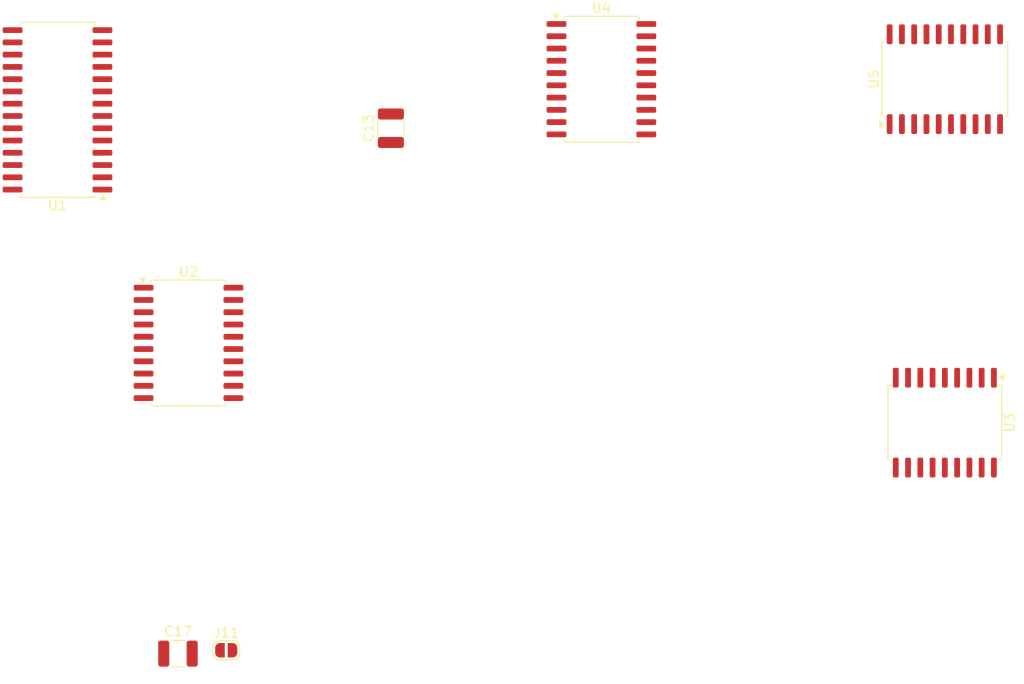
<source format=kicad_pcb>
(kicad_pcb (version 20241229) (generator "pcbnew") (generator_version "9.0")
  (layers (0 "F.Cu" signal) (2 "B.Cu" signal) (13 "F.Paste" user) (15 "B.Paste" user) (5 "F.SilkS" user "F.Silkscreen") (7 "B.SilkS" user "B.Silkscreen") (1 "F.Mask" user) (3 "B.Mask" user) (25 "Edge.Cuts" user))
  (net 0 "")
  (net 1 "GND")
  (net 2 "+12V")
  (net 3 "Net-(U2-OUT8)")
  (net 4 "+5V")
  (net 5 "Net-(U1-GPA5)")
  (net 7 "Net-(U1-GPA6)")
  (net 8 "Net-(U1-GPA4)")
  (net 9 "Net-(U2-OUT4)")
  (net 10 "Net-(U2-OUT5)")
  (net 11 "Net-(U2-OUT3)")
  (net 12 "Net-(U2-OUT1)")
  (net 13 "Net-(U1-GPA0)")
  (net 14 "Net-(U1-GPA3)")
  (net 15 "Net-(U1-GPA7)")
  (net 16 "Net-(U1-GPA2)")
  (net 17 "Net-(U1-GPA1)")
  (net 18 "Net-(U2-OUT6)")
  (net 19 "Net-(U2-OUT2)")
  (net 20 "Net-(U2-OUT7)")
  (net 21 "Net-(U4-OUT7)")
  (net 22 "Net-(U4-OUT2)")
  (net 24 "Net-(U4-OUT6)")
  (net 25 "Net-(U1-GPB2)")
  (net 26 "Net-(U1-GPB7)")
  (net 27 "Net-(U1-GPB5)")
  (net 28 "Net-(U4-OUT3)")
  (net 29 "Net-(U4-OUT4)")
  (net 30 "Net-(U1-GPB0)")
  (net 31 "Net-(U1-GPB6)")
  (net 32 "Net-(U4-OUT5)")
  (net 33 "Net-(U1-GPB1)")
  (net 34 "Net-(U4-OUT1)")
  (net 35 "Net-(U4-OUT8)")
  (net 36 "Net-(U1-GPB4)")
  (net 37 "Net-(U1-GPB3)")
  (net 39 "Net-(U3-GP3)")
  (net 40 "Net-(U5-OUT3)")
  (net 41 "Net-(U3-GP1)")
  (net 42 "Net-(U3-GP6)")
  (net 44 "Net-(U3-GP2)")
  (net 45 "Net-(U5-OUT1)")
  (net 46 "Net-(U3-GP4)")
  (net 47 "Net-(U5-OUT2)")
  (net 49 "Net-(U3-GP7)")
  (net 50 "Net-(U3-GP0)")
  (net 52 "Net-(U3-GP5)")
  (net 55 "Net-(J8-1@1)")
  (net 58 "Net-(U1-SDA)")
  (net 60 "Net-(J5-P7)")
  (net 61 "Net-(J6-1@1)")
  (net 62 "Net-(J7-1@1)")
  (net 64 "Net-(J9-1@1)")
  (net 66 "Net-(J11-1@1)")
  (net 68 "Net-(J10-1@1)")
  (footprint "Package_SO:SOIC-20W_7.5x12.8mm_P1.27mm" (layer "F.Cu") (at 177.8 106.68 90)
    (property "Reference" "U5" (at 0 -7.35 90) (layer "F.SilkS"))
    (property "Value" "UDN2987LW")
    (fp_line (start 3.86 -6.51) (end 3.86 -6.275) (stroke (width 0.12)) (layer "F.SilkS"))
    (fp_line (start 0 -6.51) (end 3.86 -6.51) (stroke (width 0.12)) (layer "F.SilkS"))
    (fp_line (start 0 -6.51) (end -3.86 -6.51) (stroke (width 0.12)) (layer "F.SilkS"))
    (fp_line (start -3.86 -6.51) (end -3.86 -6.275) (stroke (width 0.12)) (layer "F.SilkS"))
    (fp_line (start 3.86 6.51) (end 3.86 6.275) (stroke (width 0.12)) (layer "F.SilkS"))
    (fp_line (start 0 6.51) (end 3.86 6.51) (stroke (width 0.12)) (layer "F.SilkS"))
    (fp_line (start 0 6.51) (end -3.86 6.51) (stroke (width 0.12)) (layer "F.SilkS"))
    (fp_line (start -3.86 6.51) (end -3.86 6.275) (stroke (width 0.12)) (layer "F.SilkS"))
    (fp_poly (pts (xy -4.7125 -6.275) (xy -5.0525 -6.745) (xy -4.3725 -6.745)) (stroke (width 0.12)) (fill yes) (layer "F.SilkS"))
    (pad "1" smd roundrect (at -4.65 -5.715 90) (size 2.05 0.6) (layers "F.Cu" "F.Mask" "F.Paste") (net 50 "Net-(U3-GP0)"))
    (pad "2" smd roundrect (at -4.65 -4.445 90) (size 2.05 0.6) (layers "F.Cu" "F.Mask" "F.Paste") (net 41 "Net-(U3-GP1)"))
    (pad "3" smd roundrect (at -4.65 -3.175 90) (size 2.05 0.6) (layers "F.Cu" "F.Mask" "F.Paste") (net 44 "Net-(U3-GP2)"))
    (pad "4" smd roundrect (at -4.65 -1.905 90) (size 2.05 0.6) (layers "F.Cu" "F.Mask" "F.Paste") (net 39 "Net-(U3-GP3)"))
    (pad "5" smd roundrect (at -4.65 -0.635 90) (size 2.05 0.6) (layers "F.Cu" "F.Mask" "F.Paste") (net 46 "Net-(U3-GP4)"))
    (pad "6" smd roundrect (at -4.65 0.635 90) (size 2.05 0.6) (layers "F.Cu" "F.Mask" "F.Paste") (net 52 "Net-(U3-GP5)"))
    (pad "7" smd roundrect (at -4.65 1.905 90) (size 2.05 0.6) (layers "F.Cu" "F.Mask" "F.Paste") (net 42 "Net-(U3-GP6)"))
    (pad "8" smd roundrect (at -4.65 3.175 90) (size 2.05 0.6) (layers "F.Cu" "F.Mask" "F.Paste") (net 49 "Net-(U3-GP7)"))
    (pad "9" smd roundrect (at -4.65 4.445 90) (size 2.05 0.6) (layers "F.Cu" "F.Mask" "F.Paste"))
    (pad "10" smd roundrect (at -4.65 5.715 90) (size 2.05 0.6) (layers "F.Cu" "F.Mask" "F.Paste") (net 4 "+5V"))
    (pad "11" smd roundrect (at 4.65 5.715 90) (size 2.05 0.6) (layers "F.Cu" "F.Mask" "F.Paste") (net 2 "+12V"))
    (pad "12" smd roundrect (at 4.65 4.445 90) (size 2.05 0.6) (layers "F.Cu" "F.Mask" "F.Paste") (net 1 "GND"))
    (pad "13" smd roundrect (at 4.65 3.175 90) (size 2.05 0.6) (layers "F.Cu" "F.Mask" "F.Paste"))
    (pad "14" smd roundrect (at 4.65 1.905 90) (size 2.05 0.6) (layers "F.Cu" "F.Mask" "F.Paste"))
    (pad "15" smd roundrect (at 4.65 0.635 90) (size 2.05 0.6) (layers "F.Cu" "F.Mask" "F.Paste"))
    (pad "16" smd roundrect (at 4.65 -0.635 90) (size 2.05 0.6) (layers "F.Cu" "F.Mask" "F.Paste"))
    (pad "17" smd roundrect (at 4.65 -1.905 90) (size 2.05 0.6) (layers "F.Cu" "F.Mask" "F.Paste"))
    (pad "18" smd roundrect (at 4.65 -3.175 90) (size 2.05 0.6) (layers "F.Cu" "F.Mask" "F.Paste") (net 40 "Net-(U5-OUT3)"))
    (pad "19" smd roundrect (at 4.65 -4.445 90) (size 2.05 0.6) (layers "F.Cu" "F.Mask" "F.Paste") (net 47 "Net-(U5-OUT2)"))
    (pad "20" smd roundrect (at 4.65 -5.715 90) (size 2.05 0.6) (layers "F.Cu" "F.Mask" "F.Paste") (net 45 "Net-(U5-OUT1)"))
  )
  (footprint "Package_SO:SOIC-20W_7.5x12.8mm_P1.27mm" (layer "F.Cu") (at 99.49 133.985)
    (property "Reference" "U2" (at 0 -7.35 0) (layer "F.SilkS"))
    (property "Value" "UDN2987LW")
    (fp_line (start -3.86 -6.51) (end -3.86 -6.275) (stroke (width 0.12)) (layer "F.SilkS"))
    (fp_line (start -3.86 6.51) (end -3.86 6.275) (stroke (width 0.12)) (layer "F.SilkS"))
    (fp_line (start 0 -6.51) (end -3.86 -6.51) (stroke (width 0.12)) (layer "F.SilkS"))
    (fp_line (start 0 -6.51) (end 3.86 -6.51) (stroke (width 0.12)) (layer "F.SilkS"))
    (fp_line (start 0 6.51) (end -3.86 6.51) (stroke (width 0.12)) (layer "F.SilkS"))
    (fp_line (start 0 6.51) (end 3.86 6.51) (stroke (width 0.12)) (layer "F.SilkS"))
    (fp_line (start 3.86 -6.51) (end 3.86 -6.275) (stroke (width 0.12)) (layer "F.SilkS"))
    (fp_line (start 3.86 6.51) (end 3.86 6.275) (stroke (width 0.12)) (layer "F.SilkS"))
    (fp_poly (pts (xy -4.7125 -6.275) (xy -5.0525 -6.745) (xy -4.3725 -6.745)) (stroke (width 0.12)) (fill yes) (layer "F.SilkS"))
    (pad "1" smd roundrect (at -4.65 -5.715) (size 2.05 0.6) (layers "F.Cu" "F.Mask" "F.Paste") (net 13 "Net-(U1-GPA0)"))
    (pad "2" smd roundrect (at -4.65 -4.445) (size 2.05 0.6) (layers "F.Cu" "F.Mask" "F.Paste") (net 17 "Net-(U1-GPA1)"))
    (pad "3" smd roundrect (at -4.65 -3.175) (size 2.05 0.6) (layers "F.Cu" "F.Mask" "F.Paste") (net 16 "Net-(U1-GPA2)"))
    (pad "4" smd roundrect (at -4.65 -1.905) (size 2.05 0.6) (layers "F.Cu" "F.Mask" "F.Paste") (net 14 "Net-(U1-GPA3)"))
    (pad "5" smd roundrect (at -4.65 -0.635) (size 2.05 0.6) (layers "F.Cu" "F.Mask" "F.Paste") (net 8 "Net-(U1-GPA4)"))
    (pad "6" smd roundrect (at -4.65 0.635) (size 2.05 0.6) (layers "F.Cu" "F.Mask" "F.Paste") (net 5 "Net-(U1-GPA5)"))
    (pad "7" smd roundrect (at -4.65 1.905) (size 2.05 0.6) (layers "F.Cu" "F.Mask" "F.Paste") (net 7 "Net-(U1-GPA6)"))
    (pad "8" smd roundrect (at -4.65 3.175) (size 2.05 0.6) (layers "F.Cu" "F.Mask" "F.Paste") (net 15 "Net-(U1-GPA7)"))
    (pad "9" smd roundrect (at -4.65 4.445) (size 2.05 0.6) (layers "F.Cu" "F.Mask" "F.Paste"))
    (pad "10" smd roundrect (at -4.65 5.715) (size 2.05 0.6) (layers "F.Cu" "F.Mask" "F.Paste") (net 4 "+5V"))
    (pad "11" smd roundrect (at 4.65 5.715) (size 2.05 0.6) (layers "F.Cu" "F.Mask" "F.Paste") (net 2 "+12V"))
    (pad "12" smd roundrect (at 4.65 4.445) (size 2.05 0.6) (layers "F.Cu" "F.Mask" "F.Paste") (net 1 "GND"))
    (pad "13" smd roundrect (at 4.65 3.175) (size 2.05 0.6) (layers "F.Cu" "F.Mask" "F.Paste") (net 3 "Net-(U2-OUT8)"))
    (pad "14" smd roundrect (at 4.65 1.905) (size 2.05 0.6) (layers "F.Cu" "F.Mask" "F.Paste") (net 20 "Net-(U2-OUT7)"))
    (pad "15" smd roundrect (at 4.65 0.635) (size 2.05 0.6) (layers "F.Cu" "F.Mask" "F.Paste") (net 18 "Net-(U2-OUT6)"))
    (pad "16" smd roundrect (at 4.65 -0.635) (size 2.05 0.6) (layers "F.Cu" "F.Mask" "F.Paste") (net 10 "Net-(U2-OUT5)"))
    (pad "17" smd roundrect (at 4.65 -1.905) (size 2.05 0.6) (layers "F.Cu" "F.Mask" "F.Paste") (net 9 "Net-(U2-OUT4)"))
    (pad "18" smd roundrect (at 4.65 -3.175) (size 2.05 0.6) (layers "F.Cu" "F.Mask" "F.Paste") (net 11 "Net-(U2-OUT3)"))
    (pad "19" smd roundrect (at 4.65 -4.445) (size 2.05 0.6) (layers "F.Cu" "F.Mask" "F.Paste") (net 19 "Net-(U2-OUT2)"))
    (pad "20" smd roundrect (at 4.65 -5.715) (size 2.05 0.6) (layers "F.Cu" "F.Mask" "F.Paste") (net 12 "Net-(U2-OUT1)"))
  )
  (footprint "Package_SO:SOIC-20W_7.5x12.8mm_P1.27mm" (layer "F.Cu") (at 142.24 106.68)
    (property "Reference" "U4" (at 0 -7.35 0) (layer "F.SilkS"))
    (property "Value" "UDN2987LW")
    (fp_line (start -3.86 -6.51) (end -3.86 -6.275) (stroke (width 0.12)) (layer "F.SilkS"))
    (fp_line (start -3.86 6.51) (end -3.86 6.275) (stroke (width 0.12)) (layer "F.SilkS"))
    (fp_line (start 0 -6.51) (end -3.86 -6.51) (stroke (width 0.12)) (layer "F.SilkS"))
    (fp_line (start 0 -6.51) (end 3.86 -6.51) (stroke (width 0.12)) (layer "F.SilkS"))
    (fp_line (start 0 6.51) (end -3.86 6.51) (stroke (width 0.12)) (layer "F.SilkS"))
    (fp_line (start 0 6.51) (end 3.86 6.51) (stroke (width 0.12)) (layer "F.SilkS"))
    (fp_line (start 3.86 -6.51) (end 3.86 -6.275) (stroke (width 0.12)) (layer "F.SilkS"))
    (fp_line (start 3.86 6.51) (end 3.86 6.275) (stroke (width 0.12)) (layer "F.SilkS"))
    (fp_poly (pts (xy -4.7125 -6.275) (xy -5.0525 -6.745) (xy -4.3725 -6.745)) (stroke (width 0.12)) (fill yes) (layer "F.SilkS"))
    (pad "1" smd roundrect (at -4.65 -5.715) (size 2.05 0.6) (layers "F.Cu" "F.Mask" "F.Paste") (net 30 "Net-(U1-GPB0)"))
    (pad "2" smd roundrect (at -4.65 -4.445) (size 2.05 0.6) (layers "F.Cu" "F.Mask" "F.Paste") (net 33 "Net-(U1-GPB1)"))
    (pad "3" smd roundrect (at -4.65 -3.175) (size 2.05 0.6) (layers "F.Cu" "F.Mask" "F.Paste") (net 25 "Net-(U1-GPB2)"))
    (pad "4" smd roundrect (at -4.65 -1.905) (size 2.05 0.6) (layers "F.Cu" "F.Mask" "F.Paste") (net 37 "Net-(U1-GPB3)"))
    (pad "5" smd roundrect (at -4.65 -0.635) (size 2.05 0.6) (layers "F.Cu" "F.Mask" "F.Paste") (net 36 "Net-(U1-GPB4)"))
    (pad "6" smd roundrect (at -4.65 0.635) (size 2.05 0.6) (layers "F.Cu" "F.Mask" "F.Paste") (net 27 "Net-(U1-GPB5)"))
    (pad "7" smd roundrect (at -4.65 1.905) (size 2.05 0.6) (layers "F.Cu" "F.Mask" "F.Paste") (net 31 "Net-(U1-GPB6)"))
    (pad "8" smd roundrect (at -4.65 3.175) (size 2.05 0.6) (layers "F.Cu" "F.Mask" "F.Paste") (net 26 "Net-(U1-GPB7)"))
    (pad "9" smd roundrect (at -4.65 4.445) (size 2.05 0.6) (layers "F.Cu" "F.Mask" "F.Paste"))
    (pad "10" smd roundrect (at -4.65 5.715) (size 2.05 0.6) (layers "F.Cu" "F.Mask" "F.Paste") (net 4 "+5V"))
    (pad "11" smd roundrect (at 4.65 5.715) (size 2.05 0.6) (layers "F.Cu" "F.Mask" "F.Paste") (net 2 "+12V"))
    (pad "12" smd roundrect (at 4.65 4.445) (size 2.05 0.6) (layers "F.Cu" "F.Mask" "F.Paste") (net 1 "GND"))
    (pad "13" smd roundrect (at 4.65 3.175) (size 2.05 0.6) (layers "F.Cu" "F.Mask" "F.Paste") (net 35 "Net-(U4-OUT8)"))
    (pad "14" smd roundrect (at 4.65 1.905) (size 2.05 0.6) (layers "F.Cu" "F.Mask" "F.Paste") (net 21 "Net-(U4-OUT7)"))
    (pad "15" smd roundrect (at 4.65 0.635) (size 2.05 0.6) (layers "F.Cu" "F.Mask" "F.Paste") (net 24 "Net-(U4-OUT6)"))
    (pad "16" smd roundrect (at 4.65 -0.635) (size 2.05 0.6) (layers "F.Cu" "F.Mask" "F.Paste") (net 32 "Net-(U4-OUT5)"))
    (pad "17" smd roundrect (at 4.65 -1.905) (size 2.05 0.6) (layers "F.Cu" "F.Mask" "F.Paste") (net 29 "Net-(U4-OUT4)"))
    (pad "18" smd roundrect (at 4.65 -3.175) (size 2.05 0.6) (layers "F.Cu" "F.Mask" "F.Paste") (net 28 "Net-(U4-OUT3)"))
    (pad "19" smd roundrect (at 4.65 -4.445) (size 2.05 0.6) (layers "F.Cu" "F.Mask" "F.Paste") (net 22 "Net-(U4-OUT2)"))
    (pad "20" smd roundrect (at 4.65 -5.715) (size 2.05 0.6) (layers "F.Cu" "F.Mask" "F.Paste") (net 34 "Net-(U4-OUT1)"))
  )
  (footprint "Jumper:SolderJumper-2_P1.3mm_Open_RoundedPad1.0x1.5mm" (layer "F.Cu") (at 103.4 165.805)
    (property "Reference" "J11" (at 0 -1.8 0) (layer "F.SilkS"))
    (property "Value" "SOLDER_JMP_2")
    (fp_line (start -1.4 0.3) (end -1.4 -0.3) (stroke (width 0.12)) (layer "F.SilkS"))
    (fp_line (start -0.7 -1) (end 0.7 -1) (stroke (width 0.12)) (layer "F.SilkS"))
    (fp_line (start 0.7 1) (end -0.7 1) (stroke (width 0.12)) (layer "F.SilkS"))
    (fp_line (start 1.4 -0.3) (end 1.4 0.3) (stroke (width 0.12)) (layer "F.SilkS"))
    (fp_arc (start -1.4 -0.3) (mid -1.194975 -0.794975) (end -0.7 -1) (stroke (width 0.12)) (layer "F.SilkS"))
    (fp_arc (start -0.7 1) (mid -1.194975 0.794975) (end -1.4 0.3) (stroke (width 0.12)) (layer "F.SilkS"))
    (fp_arc (start 0.7 -1) (mid 1.194975 -0.794975) (end 1.4 -0.3) (stroke (width 0.12)) (layer "F.SilkS"))
    (fp_arc (start 1.4 0.3) (mid 1.194975 0.794975) (end 0.7 1) (stroke (width 0.12)) (layer "F.SilkS"))
    (pad "1" smd custom (at -0.65 0) (size 1 0.5) (layers "F.Cu" "F.Mask") (options (clearance outline) (anchor rect)) (primitives (gr_circle (center 0 0.25) (end 0.5 0.25) (width 0) (fill yes)) (gr_circle (center 0 -0.25) (end 0.5 -0.25) (width 0) (fill yes)) (gr_poly (pts (xy 0.5 0.75) (xy 0 0.75) (xy 0 -0.75) (xy 0.5 -0.75)) (width 0) (fill yes))))
    (pad "2" smd custom (at 0.65 0) (size 1 0.5) (layers "F.Cu" "F.Mask") (options (clearance outline) (anchor rect)) (primitives (gr_circle (center 0 0.25) (end 0.5 0.25) (width 0) (fill yes)) (gr_circle (center 0 -0.25) (end 0.5 -0.25) (width 0) (fill yes)) (gr_poly (pts (xy 0 0.75) (xy -0.5 0.75) (xy -0.5 -0.75) (xy 0 -0.75)) (width 0) (fill yes))))
  )
  (footprint "Capacitor_SMD:C_1210_3225Metric" (layer "F.Cu") (at 98.4 166.155)
    (property "Reference" "C17" (at 0 -2.3 0) (layer "F.SilkS"))
    (property "Value" "0.1uF 50V")
    (fp_line (start -0.711252 -1.36) (end 0.711252 -1.36) (stroke (width 0.12)) (layer "F.SilkS"))
    (fp_line (start -0.711252 1.36) (end 0.711252 1.36) (stroke (width 0.12)) (layer "F.SilkS"))
    (pad "1" smd roundrect (at -1.475 0) (size 1.15 2.7) (layers "F.Cu" "F.Mask" "F.Paste") (roundrect_rratio 0.217391) (net 4 "+5V"))
    (pad "2" smd roundrect (at 1.475 0) (size 1.15 2.7) (layers "F.Cu" "F.Mask" "F.Paste") (roundrect_rratio 0.217391) (net 1 "GND"))
  )
  (footprint "Package_SO:SOIC-18W_7.5x11.6mm_P1.27mm" (layer "F.Cu") (at 177.8 142.24 -90)
    (property "Reference" "U3" (at 0 -6.73 90) (layer "F.SilkS"))
    (property "Value" "MCP23008-E/SO")
    (fp_line (start -3.86 5.885) (end -3.86 5.64) (stroke (width 0.12)) (layer "F.SilkS"))
    (fp_line (start 0 5.885) (end -3.86 5.885) (stroke (width 0.12)) (layer "F.SilkS"))
    (fp_line (start 0 5.885) (end 3.86 5.885) (stroke (width 0.12)) (layer "F.SilkS"))
    (fp_line (start 3.86 5.885) (end 3.86 5.64) (stroke (width 0.12)) (layer "F.SilkS"))
    (fp_line (start -3.86 -5.885) (end -3.86 -5.64) (stroke (width 0.12)) (layer "F.SilkS"))
    (fp_line (start 0 -5.885) (end -3.86 -5.885) (stroke (width 0.12)) (layer "F.SilkS"))
    (fp_line (start 0 -5.885) (end 3.86 -5.885) (stroke (width 0.12)) (layer "F.SilkS"))
    (fp_line (start 3.86 -5.885) (end 3.86 -5.64) (stroke (width 0.12)) (layer "F.SilkS"))
    (fp_poly (pts (xy -4.7125 -5.64) (xy -5.0525 -6.11) (xy -4.3725 -6.11)) (stroke (width 0.12)) (fill yes) (layer "F.SilkS"))
    (pad "1" smd roundrect (at -4.65 -5.08 270) (size 2.05 0.6) (layers "F.Cu" "F.Mask" "F.Paste") (net 60 "Net-(J5-P7)"))
    (pad "2" smd roundrect (at -4.65 -3.81 270) (size 2.05 0.6) (layers "F.Cu" "F.Mask" "F.Paste") (net 58 "Net-(U1-SDA)"))
    (pad "3" smd roundrect (at -4.65 -2.54 270) (size 2.05 0.6) (layers "F.Cu" "F.Mask" "F.Paste") (net 64 "Net-(J9-1@1)"))
    (pad "4" smd roundrect (at -4.65 -1.27 270) (size 2.05 0.6) (layers "F.Cu" "F.Mask" "F.Paste") (net 68 "Net-(J10-1@1)"))
    (pad "5" smd roundrect (at -4.65 0 270) (size 2.05 0.6) (layers "F.Cu" "F.Mask" "F.Paste") (net 66 "Net-(J11-1@1)"))
    (pad "6" smd roundrect (at -4.65 1.27 270) (size 2.05 0.6) (layers "F.Cu" "F.Mask" "F.Paste") (net 4 "+5V"))
    (pad "7" smd roundrect (at -4.65 2.54 270) (size 2.05 0.6) (layers "F.Cu" "F.Mask" "F.Paste"))
    (pad "8" smd roundrect (at -4.65 3.81 270) (size 2.05 0.6) (layers "F.Cu" "F.Mask" "F.Paste"))
    (pad "9" smd roundrect (at -4.65 5.08 270) (size 2.05 0.6) (layers "F.Cu" "F.Mask" "F.Paste") (net 1 "GND"))
    (pad "10" smd roundrect (at 4.65 5.08 270) (size 2.05 0.6) (layers "F.Cu" "F.Mask" "F.Paste") (net 50 "Net-(U3-GP0)"))
    (pad "11" smd roundrect (at 4.65 3.81 270) (size 2.05 0.6) (layers "F.Cu" "F.Mask" "F.Paste") (net 41 "Net-(U3-GP1)"))
    (pad "12" smd roundrect (at 4.65 2.54 270) (size 2.05 0.6) (layers "F.Cu" "F.Mask" "F.Paste") (net 44 "Net-(U3-GP2)"))
    (pad "13" smd roundrect (at 4.65 1.27 270) (size 2.05 0.6) (layers "F.Cu" "F.Mask" "F.Paste") (net 39 "Net-(U3-GP3)"))
    (pad "14" smd roundrect (at 4.65 0 270) (size 2.05 0.6) (layers "F.Cu" "F.Mask" "F.Paste") (net 46 "Net-(U3-GP4)"))
    (pad "15" smd roundrect (at 4.65 -1.27 270) (size 2.05 0.6) (layers "F.Cu" "F.Mask" "F.Paste") (net 52 "Net-(U3-GP5)"))
    (pad "16" smd roundrect (at 4.65 -2.54 270) (size 2.05 0.6) (layers "F.Cu" "F.Mask" "F.Paste") (net 42 "Net-(U3-GP6)"))
    (pad "17" smd roundrect (at 4.65 -3.81 270) (size 2.05 0.6) (layers "F.Cu" "F.Mask" "F.Paste") (net 49 "Net-(U3-GP7)"))
    (pad "18" smd roundrect (at 4.65 -5.08 270) (size 2.05 0.6) (layers "F.Cu" "F.Mask" "F.Paste") (net 4 "+5V"))
  )
  (footprint "Package_SO:SOIC-28W_7.5x17.9mm_P1.27mm" (layer "F.Cu") (at 85.93 109.855 180)
    (property "Reference" "U1" (at 0 -9.9 0) (layer "F.SilkS"))
    (property "Value" "MCP23017_SO")
    (fp_line (start 3.86 9.06) (end 3.86 8.815) (stroke (width 0.12)) (layer "F.SilkS"))
    (fp_line (start 3.86 -9.06) (end 3.86 -8.815) (stroke (width 0.12)) (layer "F.SilkS"))
    (fp_line (start 0 9.06) (end 3.86 9.06) (stroke (width 0.12)) (layer "F.SilkS"))
    (fp_line (start 0 9.06) (end -3.86 9.06) (stroke (width 0.12)) (layer "F.SilkS"))
    (fp_line (start 0 -9.06) (end 3.86 -9.06) (stroke (width 0.12)) (layer "F.SilkS"))
    (fp_line (start 0 -9.06) (end -3.86 -9.06) (stroke (width 0.12)) (layer "F.SilkS"))
    (fp_line (start -3.86 9.06) (end -3.86 8.815) (stroke (width 0.12)) (layer "F.SilkS"))
    (fp_line (start -3.86 -9.06) (end -3.86 -8.815) (stroke (width 0.12)) (layer "F.SilkS"))
    (fp_poly (pts (xy -4.7125 -8.815) (xy -5.0525 -9.285) (xy -4.3725 -9.285)) (stroke (width 0.12)) (fill yes) (layer "F.SilkS"))
    (pad "1" smd roundrect (at -4.65 -8.255 180) (size 2.05 0.6) (layers "F.Cu" "F.Mask" "F.Paste") (net 30 "Net-(U1-GPB0)"))
    (pad "2" smd roundrect (at -4.65 -6.985 180) (size 2.05 0.6) (layers "F.Cu" "F.Mask" "F.Paste") (net 33 "Net-(U1-GPB1)"))
    (pad "3" smd roundrect (at -4.65 -5.715 180) (size 2.05 0.6) (layers "F.Cu" "F.Mask" "F.Paste") (net 25 "Net-(U1-GPB2)"))
    (pad "4" smd roundrect (at -4.65 -4.445 180) (size 2.05 0.6) (layers "F.Cu" "F.Mask" "F.Paste") (net 37 "Net-(U1-GPB3)"))
    (pad "5" smd roundrect (at -4.65 -3.175 180) (size 2.05 0.6) (layers "F.Cu" "F.Mask" "F.Paste") (net 36 "Net-(U1-GPB4)"))
    (pad "6" smd roundrect (at -4.65 -1.905 180) (size 2.05 0.6) (layers "F.Cu" "F.Mask" "F.Paste") (net 27 "Net-(U1-GPB5)"))
    (pad "7" smd roundrect (at -4.65 -0.635 180) (size 2.05 0.6) (layers "F.Cu" "F.Mask" "F.Paste") (net 31 "Net-(U1-GPB6)"))
    (pad "8" smd roundrect (at -4.65 0.635 180) (size 2.05 0.6) (layers "F.Cu" "F.Mask" "F.Paste") (net 26 "Net-(U1-GPB7)"))
    (pad "9" smd roundrect (at -4.65 1.905 180) (size 2.05 0.6) (layers "F.Cu" "F.Mask" "F.Paste") (net 4 "+5V"))
    (pad "10" smd roundrect (at -4.65 3.175 180) (size 2.05 0.6) (layers "F.Cu" "F.Mask" "F.Paste") (net 1 "GND"))
    (pad "11" smd roundrect (at -4.65 4.445 180) (size 2.05 0.6) (layers "F.Cu" "F.Mask" "F.Paste"))
    (pad "12" smd roundrect (at -4.65 5.715 180) (size 2.05 0.6) (layers "F.Cu" "F.Mask" "F.Paste") (net 60 "Net-(J5-P7)"))
    (pad "13" smd roundrect (at -4.65 6.985 180) (size 2.05 0.6) (layers "F.Cu" "F.Mask" "F.Paste") (net 58 "Net-(U1-SDA)"))
    (pad "14" smd roundrect (at -4.65 8.255 180) (size 2.05 0.6) (layers "F.Cu" "F.Mask" "F.Paste"))
    (pad "15" smd roundrect (at 4.65 8.255 180) (size 2.05 0.6) (layers "F.Cu" "F.Mask" "F.Paste") (net 55 "Net-(J8-1@1)"))
    (pad "16" smd roundrect (at 4.65 6.985 180) (size 2.05 0.6) (layers "F.Cu" "F.Mask" "F.Paste") (net 62 "Net-(J7-1@1)"))
    (pad "17" smd roundrect (at 4.65 5.715 180) (size 2.05 0.6) (layers "F.Cu" "F.Mask" "F.Paste") (net 61 "Net-(J6-1@1)"))
    (pad "18" smd roundrect (at 4.65 4.445 180) (size 2.05 0.6) (layers "F.Cu" "F.Mask" "F.Paste") (net 4 "+5V"))
    (pad "19" smd roundrect (at 4.65 3.175 180) (size 2.05 0.6) (layers "F.Cu" "F.Mask" "F.Paste"))
    (pad "20" smd roundrect (at 4.65 1.905 180) (size 2.05 0.6) (layers "F.Cu" "F.Mask" "F.Paste"))
    (pad "21" smd roundrect (at 4.65 0.635 180) (size 2.05 0.6) (layers "F.Cu" "F.Mask" "F.Paste") (net 13 "Net-(U1-GPA0)"))
    (pad "22" smd roundrect (at 4.65 -0.635 180) (size 2.05 0.6) (layers "F.Cu" "F.Mask" "F.Paste") (net 17 "Net-(U1-GPA1)"))
    (pad "23" smd roundrect (at 4.65 -1.905 180) (size 2.05 0.6) (layers "F.Cu" "F.Mask" "F.Paste") (net 16 "Net-(U1-GPA2)"))
    (pad "24" smd roundrect (at 4.65 -3.175 180) (size 2.05 0.6) (layers "F.Cu" "F.Mask" "F.Paste") (net 14 "Net-(U1-GPA3)"))
    (pad "25" smd roundrect (at 4.65 -4.445 180) (size 2.05 0.6) (layers "F.Cu" "F.Mask" "F.Paste") (net 8 "Net-(U1-GPA4)"))
    (pad "26" smd roundrect (at 4.65 -5.715 180) (size 2.05 0.6) (layers "F.Cu" "F.Mask" "F.Paste") (net 5 "Net-(U1-GPA5)"))
    (pad "27" smd roundrect (at 4.65 -6.985 180) (size 2.05 0.6) (layers "F.Cu" "F.Mask" "F.Paste") (net 7 "Net-(U1-GPA6)"))
    (pad "28" smd roundrect (at 4.65 -8.255 180) (size 2.05 0.6) (layers "F.Cu" "F.Mask" "F.Paste") (net 15 "Net-(U1-GPA7)"))
  )
  (footprint "Capacitor_SMD:C_1210_3225Metric" (layer "F.Cu") (at 120.445 111.76 90)
    (property "Reference" "C13" (at 0 -2.3 90) (layer "F.SilkS"))
    (property "Value" "0,1uf 50V")
    (fp_line (start -0.711252 -1.36) (end 0.711252 -1.36) (stroke (width 0.12)) (layer "F.SilkS"))
    (fp_line (start -0.711252 1.36) (end 0.711252 1.36) (stroke (width 0.12)) (layer "F.SilkS"))
    (pad "1" smd roundrect (at -1.475 0 90) (size 1.15 2.7) (layers "F.Cu" "F.Mask" "F.Paste") (roundrect_rratio 0.217391) (net 2 "+12V"))
    (pad "2" smd roundrect (at 1.475 0 90) (size 1.15 2.7) (layers "F.Cu" "F.Mask" "F.Paste") (roundrect_rratio 0.217391) (net 1 "GND"))
  )
)
</source>
